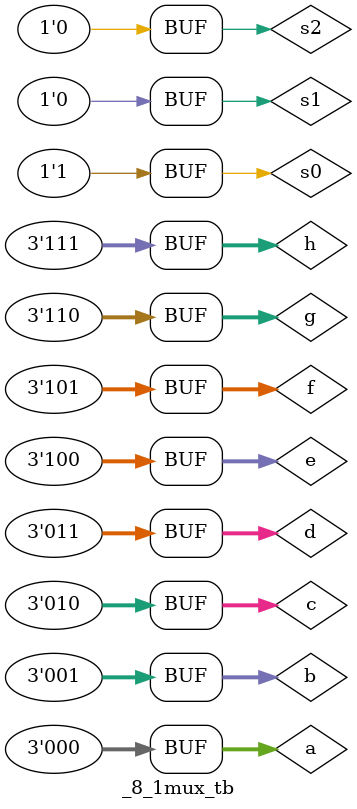
<source format=v>
module _2_1mux(input [2:0]a,b,input s,output [2:0]y);
  assign y=s?b:a;
endmodule

//instantiate 
module _4_1mux(input [2:0]a,b,c,d,input s1,s0,output [2:0]y);
  wire [2:0]y0,y1;
  _2_1mux m1(a,b,s0,y0);
  _2_1mux m2(c,d,s0,y1);
  _2_1mux m3(y0,y1,s1,y);
endmodule 
module _8_1mux(input [2:0] a,b,c,d,e,f,g,h,input s2,s1,s0,output [2:0]y);
  wire [2:0]y0,y1;
  _4_1mux m1(a,b,c,d,s1,s0,y0);
  _4_1mux m2(e,f,g,h,s1,s0,y1);
  _2_1mux m3(y0,y1,s2,y);
endmodule 

//test bench file 
module _8_1mux_tb;
  reg [2:0]a,b,c,d,e,f,g,h;
  reg s0,s1,s2;
  wire [2:0]y;
  _8_1mux uut(a,b,c,d,e,f,g,h,s0,s1,s2,y);
 
  initial 
    begin 
      $monitor("time=%0t s0=%b s1=%b s2=%b y=%b ",$time,s0,s1,s2,y);
       a=3'b000;b=3'b001;c=3'b0010;d=3'b0011;e=3'b100;f=3'b101;g=3'b110;h=3'b111;

       #3 s0=1;s1=1;s2=1;
       #3 s0=1;s1=0;s2=1;
       #3 s0=1; s1=0;s2=0;
    end
endmodule

</source>
